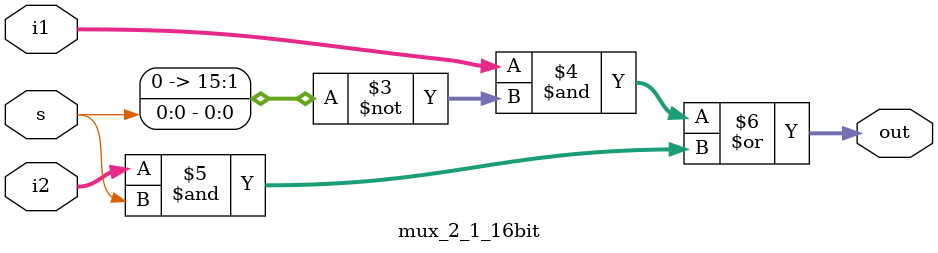
<source format=v>
`timescale 1ns / 1ps


module mux_2_1_16bit(
input [15:0] i1, input [15:0] i2, input s, output reg [15:0] out
    );
    initial begin
out = (i1&~s)| (i2&s);
end
endmodule

</source>
